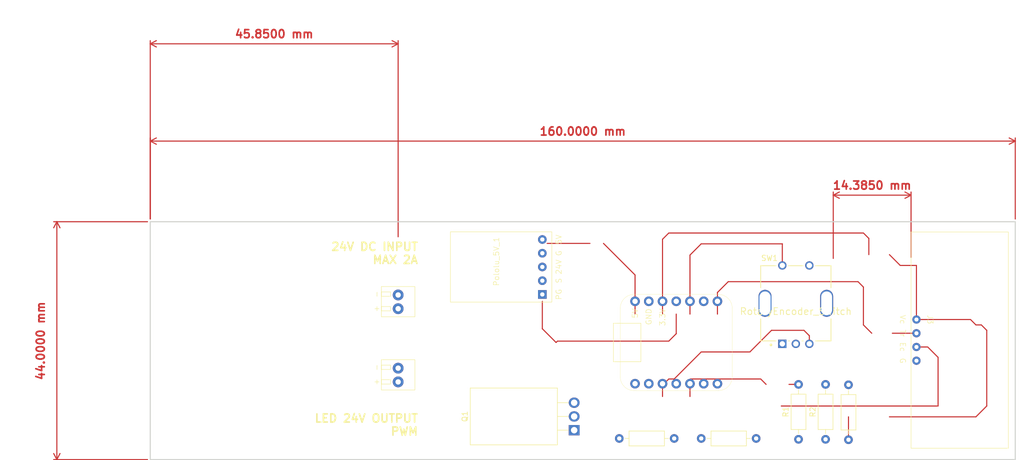
<source format=kicad_pcb>
(kicad_pcb (version 20240108) (generator "pcbnew") (generator_version "8.0")
  (layers (0 "F.Cu" signal) (31 "B.Cu" signal) (34 "B.Paste" user) (35 "F.Paste" user) (36 "B.SilkS" user "B.Silkscreen") (37 "F.SilkS" user "F.Silkscreen") (38 "B.Mask" user) (39 "F.Mask" user) (44 "Edge.Cuts" user))
  (net 0 "")
  (net 1 "/+24V")
  (net 2 "Net-(J2-Pin_2)")
  (net 3 "Net-(J3-Vcc)")
  (net 4 "Net-(Pololu_5V_1-VOUT_5V)")
  (net 5 "Net-(Pololu_5V_1-PG)")
  (net 6 "Net-(U1-GPIO_9)")
  (net 7 "Net-(Q1-G)")
  (net 8 "Net-(SW1-S1)")
  (net 13 "Net-(U1-GPIO_7)")
  (net 15 "Net-(J3-ECHO)")
  (net 16 "Net-(J3-TRIG)")
  (net 17 "<NO NET>")
  (net 18 "Net-(U1-GPIO_6)")
  (footprint "Resistor_THT:R_Axial_DIN0207_L6.3mm_D2.5mm_P10.16mm_Horizontal" (layer "F.Cu") (at 225.19 113.16 90)
    (property "Reference" "R1" (at 5.08 -2.37 90) (layer "F.SilkS"))
    (property "Value" "10K")
    (fp_line (start 8.35 -1.37) (end 1.81 -1.37) (stroke (width 0.12)) (layer "F.SilkS"))
    (fp_line (start 1.81 -1.37) (end 1.81 1.37) (stroke (width 0.12)) (layer "F.SilkS"))
    (fp_line (start 9.12 0) (end 8.35 0) (stroke (width 0.12)) (layer "F.SilkS"))
    (fp_line (start 1.04 0) (end 1.81 0) (stroke (width 0.12)) (layer "F.SilkS"))
    (fp_line (start 8.35 1.37) (end 8.35 -1.37) (stroke (width 0.12)) (layer "F.SilkS"))
    (fp_line (start 1.81 1.37) (end 8.35 1.37) (stroke (width 0.12)) (layer "F.SilkS"))
    (pad "1" thru_hole circle (at 0 0 90) (size 1.6 1.6) (drill 0.8) (layers "*.Cu" "*.Mask") (net 3 "Net-(J3-Vcc)"))
    (pad "2" thru_hole oval (at 10.16 0 90) (size 1.6 1.6) (drill 0.8) (layers "*.Cu" "*.Mask") (net 13 "Net-(U1-GPIO_7)"))
  )
  (footprint "Resistor_THT:R_Axial_DIN0207_L6.3mm_D2.5mm_P10.16mm_Horizontal" (layer "F.Cu") (at 207.19 113)
    (property "Reference" "R4" (hide yes))
    (property "Value" "10K" (hide yes))
    (fp_line (start 1.04 0) (end 1.81 0) (stroke (width 0.12)) (layer "F.SilkS"))
    (fp_line (start 1.81 -1.37) (end 1.81 1.37) (stroke (width 0.12)) (layer "F.SilkS"))
    (fp_line (start 1.81 1.37) (end 8.35 1.37) (stroke (width 0.12)) (layer "F.SilkS"))
    (fp_line (start 8.35 -1.37) (end 1.81 -1.37) (stroke (width 0.12)) (layer "F.SilkS"))
    (fp_line (start 8.35 1.37) (end 8.35 -1.37) (stroke (width 0.12)) (layer "F.SilkS"))
    (fp_line (start 9.12 0) (end 8.35 0) (stroke (width 0.12)) (layer "F.SilkS"))
    (pad "1" thru_hole circle (at 0 0) (size 1.6 1.6) (drill 0.8) (layers "*.Cu" "*.Mask") (net 18 "Net-(U1-GPIO_6)"))
    (pad "2" thru_hole oval (at 10.16 0) (size 1.6 1.6) (drill 0.8) (layers "*.Cu" "*.Mask") (net 17 "<NO NET>"))
  )
  (footprint "user:AdafruitQTPyEsp32S3" (layer "F.Cu") (at 194.95 102.87 90)
    (property "Reference" "U1" (hide yes))
    (property "Value" "~" (hide yes))
    (fp_line (start 1.27 -2.7305) (end 13.97 -2.7305) (stroke (width 0.05)) (layer "F.SilkS"))
    (fp_line (start 16.51 -0.1905) (end 16.51 15.4305) (stroke (width 0.05)) (layer "F.SilkS"))
    (fp_line (start -1.27 15.4305) (end -1.27 -0.1905) (stroke (width 0.05)) (layer "F.SilkS"))
    (fp_line (start 13.97 17.9705) (end 1.27 17.9705) (stroke (width 0.05)) (layer "F.SilkS"))
    (fp_rect (start 4.064 -4.0005) (end 11.176 1.0795) (stroke (width 0.1)) (fill none) (layer "F.SilkS"))
    (fp_arc (start 13.97 -2.7305) (mid 15.766051 -1.986551) (end 16.51 -0.1905) (stroke (width 0.05)) (layer "F.SilkS"))
    (fp_arc (start -1.27 -0.1905) (mid -0.526051 -1.986551) (end 1.27 -2.7305) (stroke (width 0.05)) (layer "F.SilkS"))
    (fp_arc (start 16.51 15.4305) (mid 15.766051 17.226551) (end 13.97 17.9705) (stroke (width 0.05)) (layer "F.SilkS"))
    (fp_arc (start 1.27 17.9705) (mid -0.526051 17.226551) (end -1.27 15.4305) (stroke (width 0.05)) (layer "F.SilkS"))
    (fp_text user "3.3V" (at 13.97 5.08 90) (layer "F.SilkS") (effects (font (thickness 0.1)) (justify right)))
    (fp_text user "5V" (at 13.97 0 90) (layer "F.SilkS") (effects (font (thickness 0.1)) (justify right)))
    (fp_text user "GND" (at 13.97 2.54 90) (layer "F.SilkS") (effects (font (thickness 0.1)) (justify right)))
    (pad "1" thru_hole circle (at 0 0 90) (size 1.778 1.778) (drill 1) (layers "*.Cu" "*.Mask"))
    (pad "2" thru_hole circle (at 0 2.54 90) (size 1.778 1.778) (drill 1) (layers "*.Cu" "*.Mask"))
    (pad "3" thru_hole circle (at 0 5.08 90) (size 1.778 1.778) (drill 1) (layers "*.Cu" "*.Mask") (net 6 "Net-(U1-GPIO_9)"))
    (pad "4" thru_hole circle (at 0 7.62 90) (size 1.778 1.778) (drill 1) (layers "*.Cu" "*.Mask"))
    (pad "5" thru_hole circle (at 0 10.16 90) (size 1.778 1.778) (drill 1) (layers "*.Cu" "*.Mask") (net 13 "Net-(U1-GPIO_7)"))
    (pad "6" thru_hole circle (at 0 12.7 90) (size 1.778 1.778) (drill 1) (layers "*.Cu" "*.Mask") (net 18 "Net-(U1-GPIO_6)"))
    (pad "7" thru_hole circle (at 0 15.24 90) (size 1.778 1.778) (drill 1) (layers "*.Cu" "*.Mask") (net 15 "Net-(J3-ECHO)"))
    (pad "8" thru_hole circle (at 15.24 15.24 270) (size 1.778 1.778) (drill 1) (layers "*.Cu" "*.Mask") (net 16 "Net-(J3-TRIG)"))
    (pad "9" thru_hole circle (at 15.24 12.7 270) (size 1.778 1.778) (drill 1) (layers "*.Cu" "*.Mask"))
    (pad "10" thru_hole circle (at 15.24 10.16 270) (size 1.778 1.778) (drill 1) (layers "*.Cu" "*.Mask") (net 8 "Net-(SW1-S1)"))
    (pad "11" thru_hole circle (at 15.24 7.62 270) (size 1.778 1.778) (drill 1) (layers "*.Cu" "*.Mask") (net 5 "Net-(Pololu_5V_1-PG)"))
    (pad "12" thru_hole circle (at 15.24 5.08 270) (size 1.778 1.778) (drill 1) (layers "*.Cu" "*.Mask") (net 3 "Net-(J3-Vcc)"))
    (pad "13" thru_hole circle (at 15.24 2.54 270) (size 1.778 1.778) (drill 1) (layers "*.Cu" "*.Mask") (net 17 "<NO NET>"))
    (pad "14" thru_hole circle (at 15.24 0 270) (size 1.778 1.778) (drill 1) (layers "*.Cu" "*.Mask") (net 4 "Net-(Pololu_5V_1-VOUT_5V)"))
  )
  (footprint "user:Bourns-PEC11R-4220F-S0024-0-0-0" (layer "F.Cu") (at 224.69 88)
    (property "Reference" "SW1" (at -6.5 -8.35 0) (layer "F.SilkS") (effects (justify left)))
    (property "Value" "RotaryEncoder_Switch" (at 0 1.5 0) (layer "F.SilkS") (effects (font (size 1.27 1.27))))
    (fp_line (start -6.5 -6.95) (end -3.65 -6.95) (stroke (width 0.15)) (layer "F.SilkS"))
    (fp_line (start -6.5 -2.875) (end -6.5 -6.95) (stroke (width 0.15)) (layer "F.SilkS"))
    (fp_line (start -6.5 6.95) (end -6.5 2.875) (stroke (width 0.15)) (layer "F.SilkS"))
    (fp_line (start -6.5 6.95) (end -3.65 6.95) (stroke (width 0.15)) (layer "F.SilkS"))
    (fp_line (start -1.35 -6.95) (end 1.35 -6.95) (stroke (width 0.15)) (layer "F.SilkS"))
    (fp_line (start -1.35 6.95) (end -1.15 6.95) (stroke (width 0.15)) (layer "F.SilkS"))
    (fp_line (start 1.15 6.95) (end 1.35 6.95) (stroke (width 0.15)) (layer "F.SilkS"))
    (fp_line (start 3.65 -6.95) (end 6.5 -6.95) (stroke (width 0.15)) (layer "F.SilkS"))
    (fp_line (start 3.65 6.95) (end 6.5 6.95) (stroke (width 0.15)) (layer "F.SilkS"))
    (fp_line (start 6.5 -2.875) (end 6.5 -6.95) (stroke (width 0.15)) (layer "F.SilkS"))
    (fp_line (start 6.5 6.95) (end 6.5 2.875) (stroke (width 0.15)) (layer "F.SilkS"))
    (fp_circle (center -4.6 7.7) (end -4.475 7.7) (stroke (width 0.25)) (fill none) (layer "F.SilkS"))
    (pad "" thru_hole roundrect (at -5.7 0) (size 2.4 5) (drill oval 2 4.4) (layers "*.Cu" "*.Mask") (roundrect_rratio 0.5))
    (pad "" thru_hole roundrect (at 5.7 0) (size 2.4 5) (drill oval 2 4.4) (layers "*.Cu" "*.Mask") (roundrect_rratio 0.5))
    (pad "1" thru_hole circle (at -2.5 -7) (size 1.55 1.55) (drill 1) (layers "*.Cu" "*.Mask") (net 8 "Net-(SW1-S1)"))
    (pad "2" thru_hole circle (at 2.5 -7) (size 1.55 1.55) (drill 1) (layers "*.Cu" "*.Mask") (net 17 "<NO NET>"))
    (pad "A" thru_hole rect (at -2.5 7.5) (size 1.55 1.55) (drill 1) (layers "*.Cu" "*.Mask") (net 13 "Net-(U1-GPIO_7)"))
    (pad "B" thru_hole circle (at 2.5 7.5) (size 1.55 1.55) (drill 1) (layers "*.Cu" "*.Mask") (net 6 "Net-(U1-GPIO_9)"))
    (pad "C" thru_hole circle (at 0 7.5) (size 1.55 1.55) (drill 1) (layers "*.Cu" "*.Mask") (net 17 "<NO NET>"))
  )
  (footprint "Resistor_THT:R_Axial_DIN0207_L6.3mm_D2.5mm_P10.16mm_Horizontal" (layer "F.Cu") (at 230.19 113.16 90)
    (property "Reference" "R2" (at 5.08 -2.37 90) (layer "F.SilkS"))
    (property "Value" "10K")
    (fp_line (start 8.35 -1.37) (end 1.81 -1.37) (stroke (width 0.12)) (layer "F.SilkS"))
    (fp_line (start 1.81 -1.37) (end 1.81 1.37) (stroke (width 0.12)) (layer "F.SilkS"))
    (fp_line (start 9.12 0) (end 8.35 0) (stroke (width 0.12)) (layer "F.SilkS"))
    (fp_line (start 1.04 0) (end 1.81 0) (stroke (width 0.12)) (layer "F.SilkS"))
    (fp_line (start 8.35 1.37) (end 8.35 -1.37) (stroke (width 0.12)) (layer "F.SilkS"))
    (fp_line (start 1.81 1.37) (end 8.35 1.37) (stroke (width 0.12)) (layer "F.SilkS"))
    (pad "1" thru_hole circle (at 0 0 90) (size 1.6 1.6) (drill 0.8) (layers "*.Cu" "*.Mask") (net 3 "Net-(J3-Vcc)"))
    (pad "2" thru_hole oval (at 10.16 0 90) (size 1.6 1.6) (drill 0.8) (layers "*.Cu" "*.Mask") (net 6 "Net-(U1-GPIO_9)"))
  )
  (footprint "user:RCWL-1601" (layer "F.Cu") (at 247 91 -90)
    (property "Reference" "J3" (at 0 -2.54 -90) (layer "F.SilkS") (effects (font (thickness 0.1))))
    (property "Value" "Screw_Terminal_HCSR04")
    (fp_rect (start -16.19 -17) (end 23.81 1) (stroke (width 0.1)) (fill none) (layer "F.SilkS"))
    (fp_text user "Tr" (at 2.54 2.54 -90) (layer "F.SilkS") (effects (font (thickness 0.1))))
    (fp_text user "G" (at 7.62 2.54 -90) (layer "F.SilkS") (effects (font (thickness 0.1))))
    (fp_text user "Ec" (at 5.08 2.54 -90) (layer "F.SilkS") (effects (font (thickness 0.1))))
    (fp_text user "Vc" (at 0 2.54 -90) (layer "F.SilkS") (effects (font (thickness 0.1))))
    (pad "1" thru_hole circle (at 0 0 270) (size 1.524 1.524) (drill 0.762) (layers "*.Cu" "*.Mask") (net 3 "Net-(J3-Vcc)"))
    (pad "2" thru_hole circle (at 2.54 0 270) (size 1.524 1.524) (drill 0.762) (layers "*.Cu" "*.Mask") (net 16 "Net-(J3-TRIG)"))
    (pad "3" thru_hole circle (at 5.08 0 270) (size 1.524 1.524) (drill 0.762) (layers "*.Cu" "*.Mask") (net 15 "Net-(J3-ECHO)"))
    (pad "4" thru_hole circle (at 7.62 0 270) (size 1.524 1.524) (drill 0.762) (layers "*.Cu" "*.Mask") (net 17 "<NO NET>"))
  )
  (footprint "user:Pololu_5V_H" (layer "F.Cu") (at 177.8 81.28 90)
    (property "Reference" "Pololu_5V_1" (at 1 -8.5 90) (layer "F.SilkS") (effects (font (thickness 0.1))))
    (property "Value" "~")
    (fp_rect (start -6.5 -17) (end 6.5 1.762) (stroke (width 0.1)) (fill none) (layer "F.SilkS"))
    (fp_text user "PG" (at -5.08 3.048 90) (layer "F.SilkS") (effects (font (thickness 0.1))))
    (fp_text user "5V" (at 5.08 3.048 90) (layer "F.SilkS") (effects (font (thickness 0.1))))
    (fp_text user "G" (at 2.54 3.048 90) (layer "F.SilkS") (effects (font (thickness 0.1))))
    (fp_text user "S" (at -2.54 3.048 90) (layer "F.SilkS") (effects (font (thickness 0.1))))
    (fp_text user "24V" (at 0 3.048 90) (layer "F.SilkS") (effects (font (thickness 0.1))))
    (pad "1" thru_hole rect (at -5.08 0 90) (size 1.6 1.6) (drill 0.8) (layers "*.Cu" "*.Mask") (net 5 "Net-(Pololu_5V_1-PG)"))
    (pad "2" thru_hole circle (at -2.54 0 90) (size 1.6 1.6) (drill 0.8) (layers "*.Cu" "*.Mask"))
    (pad "3" thru_hole circle (at 0 0 90) (size 1.6 1.6) (drill 0.8) (layers "*.Cu" "*.Mask") (net 1 "/+24V"))
    (pad "4" thru_hole circle (at 2.54 0 90) (size 1.6 1.6) (drill 0.8) (layers "*.Cu" "*.Mask") (net 17 "<NO NET>"))
    (pad "5" thru_hole circle (at 5.08 0 90) (size 1.6 1.6) (drill 0.8) (layers "*.Cu" "*.Mask") (net 4 "Net-(Pololu_5V_1-VOUT_5V)"))
  )
  (footprint "user:TO-220F-3_H_Heatsink" (layer "F.Cu") (at 183.69 111.47 90)
    (property "Reference" "Q1" (at 2.54 -20.22 90) (layer "F.SilkS"))
    (property "Value" "IRLB8721PBF")
    (fp_line (start 7.79 -19.22) (end 7.79 -3.11) (stroke (width 0.12)) (layer "F.SilkS"))
    (fp_line (start -2.71 -19.22) (end 7.79 -19.22) (stroke (width 0.12)) (layer "F.SilkS"))
    (fp_line (start -2.71 -19.22) (end -2.71 -3.11) (stroke (width 0.12)) (layer "F.SilkS"))
    (fp_line (start 5.08 -3.11) (end 5.08 -1.15) (stroke (width 0.12)) (layer "F.SilkS"))
    (fp_line (start 2.54 -3.11) (end 2.54 -1.15) (stroke (width 0.12)) (layer "F.SilkS"))
    (fp_line (start 0 -3.11) (end 0 -1.15) (stroke (width 0.12)) (layer "F.SilkS"))
    (fp_line (start -2.71 -3.11) (end 7.79 -3.11) (stroke (width 0.12)) (layer "F.SilkS"))
    (pad "1" thru_hole rect (at 0 0 90) (size 1.905 2) (drill 1.2) (layers "*.Cu" "*.Mask") (net 7 "Net-(Q1-G)"))
    (pad "2" thru_hole oval (at 2.54 0 90) (size 1.905 2) (drill 1.2) (layers "*.Cu" "*.Mask") (net 2 "Net-(J2-Pin_2)"))
    (pad "3" thru_hole oval (at 5.08 0 90) (size 1.905 2) (drill 1.2) (layers "*.Cu" "*.Mask") (net 17 "<NO NET>"))
  )
  (footprint "user:2xTermBlock_254mm" (layer "F.Cu") (at 151.13 89 90)
    (property "Reference" "J1" (hide yes))
    (property "Value" "Screw_Terminal_01x02" (hide yes))
    (fp_rect (start 2.3 -3.1) (end 3.1 -1.4) (stroke (width 0.1)) (fill none) (layer "F.SilkS"))
    (fp_rect (start -0.4 -3.1) (end 0.4 -1.4) (stroke (width 0.1)) (fill none) (layer "F.SilkS"))
    (fp_rect (start -1.5 -3.1) (end 4.1 3.1) (stroke (width 0.1)) (fill none) (layer "F.SilkS"))
    (fp_text user "-" (at 2.667 -3.4 90) (layer "F.SilkS") (effects (font (thickness 0.1)) (justify bottom)))
    (fp_text user "+" (at 0 -3.409 90) (layer "F.SilkS") (effects (font (thickness 0.1)) (justify bottom)))
    (pad "1" thru_hole circle (at 0 0 90) (size 2 2) (drill 1) (layers "*.Cu" "*.Mask") (net 1 "/+24V"))
    (pad "2" thru_hole circle (at 2.54 0 90) (size 2 2) (drill 1) (layers "*.Cu" "*.Mask") (net 17 "<NO NET>"))
  )
  (footprint "Resistor_THT:R_Axial_DIN0207_L6.3mm_D2.5mm_P10.16mm_Horizontal" (layer "F.Cu") (at 202.19 113 180)
    (property "Reference" "R5" (hide yes))
    (property "Value" "47" (hide yes))
    (fp_line (start 9.12 0) (end 8.35 0) (stroke (width 0.12)) (layer "F.SilkS"))
    (fp_line (start 8.35 1.37) (end 8.35 -1.37) (stroke (width 0.12)) (layer "F.SilkS"))
    (fp_line (start 8.35 -1.37) (end 1.81 -1.37) (stroke (width 0.12)) (layer "F.SilkS"))
    (fp_line (start 1.81 1.37) (end 8.35 1.37) (stroke (width 0.12)) (layer "F.SilkS"))
    (fp_line (start 1.81 -1.37) (end 1.81 1.37) (stroke (width 0.12)) (layer "F.SilkS"))
    (fp_line (start 1.04 0) (end 1.81 0) (stroke (width 0.12)) (layer "F.SilkS"))
    (pad "1" thru_hole circle (at 0 0 180) (size 1.6 1.6) (drill 0.8) (layers "*.Cu" "*.Mask") (net 18 "Net-(U1-GPIO_6)"))
    (pad "2" thru_hole oval (at 10.16 0 180) (size 1.6 1.6) (drill 0.8) (layers "*.Cu" "*.Mask") (net 7 "Net-(Q1-G)"))
  )
  (footprint "user:2xTermBlock_254mm" (layer "F.Cu") (at 151.13 102.54 90)
    (property "Reference" "J2" (hide yes))
    (property "Value" "Screw_Terminal_01x02" (hide yes))
    (fp_rect (start 2.3 -3.1) (end 3.1 -1.4) (stroke (width 0.1)) (fill none) (layer "F.SilkS"))
    (fp_rect (start -0.4 -3.1) (end 0.4 -1.4) (stroke (width 0.1)) (fill none) (layer "F.SilkS"))
    (fp_rect (start -1.5 -3.1) (end 4.1 3.1) (stroke (width 0.1)) (fill none) (layer "F.SilkS"))
    (fp_text user "-" (at 2.667 -3.4 90) (layer "F.SilkS") (effects (font (thickness 0.1)) (justify bottom)))
    (fp_text user "+" (at 0 -3.409 90) (layer "F.SilkS") (effects (font (thickness 0.1)) (justify bottom)))
    (pad "1" thru_hole circle (at 0 0 90) (size 2 2) (drill 1) (layers "*.Cu" "*.Mask") (net 1 "/+24V"))
    (pad "2" thru_hole circle (at 2.54 0 90) (size 2 2) (drill 1) (layers "*.Cu" "*.Mask") (net 2 "Net-(J2-Pin_2)"))
  )
  (footprint "Resistor_THT:R_Axial_DIN0207_L6.3mm_D2.5mm_P10.16mm_Horizontal" (layer "F.Cu") (at 234.43 113.24 90)
    (property "Reference" "R3" (hide yes))
    (property "Value" "10K")
    (fp_line (start 8.35 -1.37) (end 1.81 -1.37) (stroke (width 0.12)) (layer "F.SilkS"))
    (fp_line (start 1.81 -1.37) (end 1.81 1.37) (stroke (width 0.12)) (layer "F.SilkS"))
    (fp_line (start 9.12 0) (end 8.35 0) (stroke (width 0.12)) (layer "F.SilkS"))
    (fp_line (start 1.04 0) (end 1.81 0) (stroke (width 0.12)) (layer "F.SilkS"))
    (fp_line (start 8.35 1.37) (end 8.35 -1.37) (stroke (width 0.12)) (layer "F.SilkS"))
    (fp_line (start 1.81 1.37) (end 8.35 1.37) (stroke (width 0.12)) (layer "F.SilkS"))
    (pad "1" thru_hole circle (at 0 0 90) (size 1.6 1.6) (drill 0.8) (layers "*.Cu" "*.Mask") (net 3 "Net-(J3-Vcc)"))
    (pad "2" thru_hole oval (at 10.16 0 90) (size 1.6 1.6) (drill 0.8) (layers "*.Cu" "*.Mask") (net 8 "Net-(SW1-S1)"))
  )
  (gr_rect (start 105.28 72.91) (end 265.28 116.91) (stroke (width 0.2)) (fill none) (layer "Edge.Cuts"))
  (gr_text "24V DC INPUT\nMAX 2A" (at 154.94 78.74 0) (layer "F.SilkS") (effects (font (size 1.5 1.5) (thickness 0.3) (bold yes)) (justify right)))
  (gr_text "LED 24V OUTPUT\nPWM" (at 154.94 110.49 0) (layer "F.SilkS") (effects (font (size 1.5 1.5) (thickness 0.3) (bold yes)) (justify right)))
  (dimension (type orthogonal) (layer "F.Cu") (pts (xy 105.28 72.91) (xy 151.13 76.2)) (height -32.91) (orientation 0) (gr_text "45.8500 mm" (at 128.205 38.2 0) (layer "F.Cu") (effects (font (size 1.5 1.5) (thickness 0.3)))) (format (prefix "") (suffix "") (units 3) (units_format 1) (precision 4)) (style (thickness 0.2) (arrow_length 1.27) (text_position_mode 0) (extension_height 0.58642) (extension_offset 0.5) keep_text_aligned))
  (dimension (type orthogonal) (layer "F.Cu") (pts (xy 105.28 72.91) (xy 265.28 72.91)) (height -14.91) (orientation 0) (gr_text "160.0000 mm" (at 185.28 56.2 0) (layer "F.Cu") (effects (font (size 1.5 1.5) (thickness 0.3)))) (format (prefix "") (suffix "") (units 3) (units_format 1) (precision 4)) (style (thickness 0.2) (arrow_length 1.27) (text_position_mode 0) (extension_height 0.58642) (extension_offset 0.5) keep_text_aligned))
  (dimension (type orthogonal) (layer "F.Cu") (pts (xy 231.615 80.2) (xy 246 80)) (height -12.2) (orientation 0) (gr_text "14.3850 mm" (at 238.8075 66.2 0) (layer "F.Cu") (effects (font (size 1.5 1.5) (thickness 0.3)))) (format (prefix "") (suffix "") (units 3) (units_format 1) (precision 4)) (style (thickness 0.2) (arrow_length 1.27) (text_position_mode 0) (extension_height 0.58642) (extension_offset 0.5) keep_text_aligned))
  (dimension (type orthogonal) (layer "F.Cu") (pts (xy 105.28 72.91) (xy 105.28 116.91)) (height -17.28) (orientation 1) (gr_text "44.0000 mm" (at 85 94.955 90) (layer "F.Cu") (effects (font (size 1.5 1.5) (thickness 0.3)))) (format (prefix "") (suffix "") (units 3) (units_format 1) (precision 4)) (style (thickness 0.2) (arrow_length 1.27) (text_position_mode 2) (extension_height 0.58642) (extension_offset 0.5) keep_text_aligned))
  (segment (start 200.03 90) (end 200.03 76.16) (width 0.2) (layer "F.Cu") (net 3))
  (segment (start 234.43 113.24) (end 234.43 109) (width 0.2) (layer "F.Cu") (net 3))
  (segment (start 260 107) (end 260 93) (width 0.2) (layer "F.Cu") (net 3))
  (segment (start 247 91) (end 247 81) (width 0.2) (layer "F.Cu") (net 3))
  (segment (start 238.19 76) (end 238.19 79) (width 0.2) (layer "F.Cu") (net 3))
  (segment (start 244 81) (end 247 81) (width 0.2) (layer "F.Cu") (net 3))
  (segment (start 201.19 75) (end 237.19 75) (width 0.2) (layer "F.Cu") (net 3))
  (segment (start 200.03 76.16) (end 201.19 75) (width 0.2) (layer "F.Cu") (net 3))
  (segment (start 259 92) (end 258 92) (width 0.2) (layer "F.Cu") (net 3))
  (segment (start 258 92) (end 257 91) (width 0.2) (layer "F.Cu") (net 3))
  (segment (start 257 91) (end 247 91) (width 0.2) (layer "F.Cu") (net 3))
  (segment (start 242 109) (end 258 109) (width 0.2) (layer "F.Cu") (net 3))
  (segment (start 237.19 75) (end 238.19 76) (width 0.2) (layer "F.Cu") (net 3))
  (segment (start 260 93) (end 259 92) (width 0.2) (layer "F.Cu") (net 3))
  (segment (start 242 79) (end 244 81) (width 0.2) (layer "F.Cu") (net 3))
  (segment (start 258 109) (end 260 107) (width 0.2) (layer "F.Cu") (net 3))
  (segment (start 189.11 76.92) (end 194.95 82.76) (width 0.2) (layer "F.Cu") (net 4))
  (segment (start 194.95 82.76) (end 194.95 90) (width 0.2) (layer "F.Cu") (net 4))
  (segment (start 178.69 76.92) (end 186.61 76.92) (width 0.2) (layer "F.Cu") (net 4))
  (segment (start 202.57 93.62) (end 202.57 90) (width 0.2) (layer "F.Cu") (net 5))
  (segment (start 177.8 92.71) (end 177.8 87.63) (width 0.2) (layer "F.Cu") (net 5))
  (segment (start 201.19 95) (end 202.57 93.62) (width 0.2) (layer "F.Cu") (net 5))
  (segment (start 180.59 95) (end 180.34 95.25) (width 0.2) (layer "F.Cu") (net 5))
  (segment (start 180.34 95.25) (end 177.8 92.71) (width 0.2) (layer "F.Cu") (net 5))
  (segment (start 201.19 95) (end 180.59 95) (width 0.2) (layer "F.Cu") (net 5))
  (segment (start 207.19 97) (end 202.19 102) (width 0.2) (layer "F.Cu") (net 6))
  (segment (start 202.19 102) (end 201.19 102) (width 0.2) (layer "F.Cu") (net 6))
  (segment (start 227.19 95.5) (end 227.19 94) (width 0.2) (layer "F.Cu") (net 6))
  (segment (start 201.19 102) (end 200.03 103.16) (width 0.2) (layer "F.Cu") (net 6))
  (segment (start 226.19 93) (end 220.19 93) (width 0.2) (layer "F.Cu") (net 6))
  (segment (start 216.19 97) (end 207.19 97) (width 0.2) (layer "F.Cu") (net 6))
  (segment (start 220.19 93) (end 216.19 97) (width 0.2) (layer "F.Cu") (net 6))
  (segment (start 227.19 94) (end 226.19 93) (width 0.2) (layer "F.Cu") (net 6))
  (segment (start 200.03 103.16) (end 200.03 105.24) (width 0.2) (layer "F.Cu") (net 6))
  (segment (start 222.19 77) (end 207.19 77) (width 0.2) (layer "F.Cu") (net 8))
  (segment (start 222.19 81) (end 222.19 77) (width 0.2) (layer "F.Cu") (net 8))
  (segment (start 207.19 77) (end 205.11 79.08) (width 0.2) (layer "F.Cu") (net 8))
  (segment (start 205.11 79.08) (end 205.11 90) (width 0.2) (layer "F.Cu") (net 8))
  (segment (start 223.43 103) (end 225.19 103) (width 0.2) (layer "F.Cu") (net 13))
  (segment (start 205.11 105.24) (end 205.11 102.08) (width 0.2) (layer "F.Cu") (net 13))
  (segment (start 219.19 103) (end 218.19 102) (width 0.2) (layer "F.Cu") (net 13))
  (segment (start 205.11 102.08) (end 205.19 102) (width 0.2) (layer "F.Cu") (net 13))
  (segment (start 205.19 102) (end 218.19 102) (width 0.2) (layer "F.Cu") (net 13))
  (segment (start 251 98) (end 251 107) (width 0.2) (layer "F.Cu") (net 15))
  (segment (start 249.08 96.08) (end 251 98) (width 0.2) (layer "F.Cu") (net 15))
  (segment (start 247 96.08) (end 249.08 96.08) (width 0.2) (layer "F.Cu") (net 15))
  (segment (start 251 107) (end 222 107) (width 0.2) (layer "F.Cu") (net 15))
  (segment (start 242.54 93.54) (end 247 93.54) (width 0.2) (layer "F.Cu") (net 16))
  (segment (start 210.19 86) (end 212.19 84) (width 0.2) (layer "F.Cu") (net 16))
  (segment (start 210.19 90) (end 210.19 86) (width 0.2) (layer "F.Cu") (net 16))
  (segment (start 237.19 92) (end 238.73 93.54) (width 0.2) (layer "F.Cu") (net 16))
  (segment (start 212.19 84) (end 236.19 84) (width 0.2) (layer "F.Cu") (net 16))
  (segment (start 237.19 85) (end 237.19 92) (width 0.2) (layer "F.Cu") (net 16))
  (segment (start 236.19 84) (end 237.19 85) (width 0.2) (layer "F.Cu") (net 16))
)
</source>
